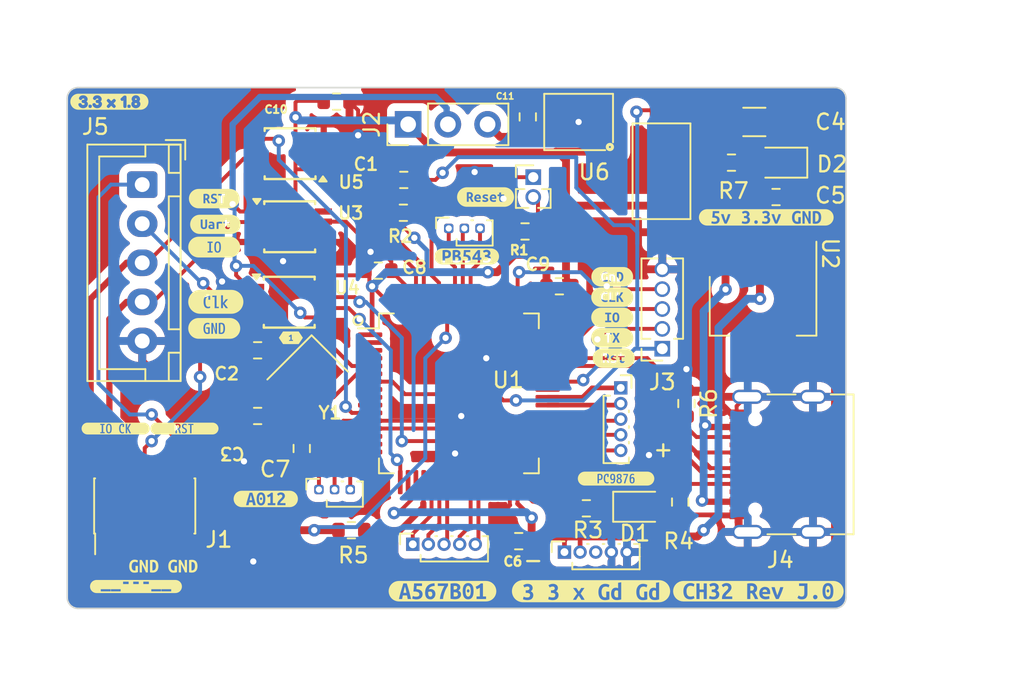
<source format=kicad_pcb>
(kicad_pcb (version 20240108) (generator "pcbnew") (generator_version "8.0")
  (layers (0 "F.Cu" signal) (31 "B.Cu" signal) (34 "B.Paste" user) (35 "F.Paste" user) (36 "B.SilkS" user "B.Silkscreen") (37 "F.SilkS" user "F.Silkscreen") (38 "B.Mask" user) (39 "F.Mask" user) (44 "Edge.Cuts" user))
  (net 0 "")
  (net 1 "+3.3V")
  (net 2 "SWIO_DIR_3V")
  (net 4 "Net-(U1-PF0)")
  (net 5 "Net-(U1-PF1)")
  (net 10 "GND")
  (net 11 "unconnected-(U1-PA0-Pad14)")
  (net 12 "unconnected-(U1-PA1-Pad15)")
  (net 13 "unconnected-(U1-PA2-Pad16)")
  (net 15 "unconnected-(U1-PA5-Pad21)")
  (net 16 "unconnected-(U1-PA6-Pad22)")
  (net 17 "unconnected-(U1-PA7-Pad23)")
  (net 20 "unconnected-(U1-PB0-Pad26)")
  (net 21 "unconnected-(U1-PB1-Pad27)")
  (net 23 "OUT_UART_TX")
  (net 24 "OUT_UART_RX")
  (net 26 "unconnected-(U1-PB15-Pad36)")
  (net 27 "unconnected-(U1-PC6-Pad37)")
  (net 28 "unconnected-(U1-PC7-Pad38)")
  (net 29 "unconnected-(U1-PC8-Pad39)")
  (net 30 "unconnected-(U1-PC9-Pad40)")
  (net 32 "UART_TX")
  (net 34 "D-")
  (net 35 "D+")
  (net 36 "SWDIO")
  (net 37 "SWDCLK")
  (net 43 "unconnected-(U1-PB3-Pad55)")
  (net 44 "unconnected-(U1-PB4-Pad56)")
  (net 45 "unconnected-(U1-PB5-Pad57)")
  (net 46 "INOUT_NRESET")
  (net 47 "OUT_SWDIO")
  (net 48 "OUT_SWDCLK")
  (net 49 "Net-(D1-K)")
  (net 50 "IN_FORCE_DFU")
  (net 52 "Net-(U2-VI)")
  (net 53 "Net-(J4-CC2)")
  (net 54 "Net-(J4-CC1)")
  (net 56 "NRESET")
  (net 62 "Net-(U1-PA4)")
  (net 63 "INOUT_SWO")
  (net 64 "Net-(D2-A)")
  (net 65 "Net-(J2_DFU1-Pin_2)")
  (net 66 "Net-(U1-PB13)")
  (net 68 "OUT_UART_RX_3V")
  (net 69 "INOUT_SWO_3v")
  (net 70 "VTREF")
  (net 71 "OUT_SWDIO_3V")
  (net 73 "OUT_SWDCLK_3V")
  (net 78 "V1.8")
  (footprint "kibuzzard-66C04372" (layer "F.Cu") (at 112.9 97.5)
    (property "Reference" "kibuzzard-66C04372" (hide yes))
    (property "Value" "G***" (hide yes))
  )
  (footprint "Resistor_SMD:R_0603_1608Metric" (layer "F.Cu") (at 134.955025 68.769975 90)
    (property "Reference" "C11")
    (property "Value" "100n")
  )
  (footprint "Connector_PinHeader_2.54mm:PinHeader_1x03_P2.54mm_Vertical" (layer "F.Cu") (at 127.305025 69.244975 90)
    (property "Reference" "J2")
    (property "Value" "Conn_01x03_Socket")
  )
  (footprint "kibuzzard-6731071F" (layer "F.Cu") (at 114.905025 82.294975)
    (property "Reference" "kibuzzard-6731071F" (hide yes))
    (property "Value" "G***" (hide yes))
  )
  (footprint "Connector_PinHeader_1.27mm:PinHeader_1x02_P1.27mm_Vertical" (layer "F.Cu") (at 135.305025 72.624975)
    (property "Reference" "J2_DFU1" (hide yes))
    (property "Value" "con2")
  )
  (footprint "kibuzzard-6713DC16" (layer "F.Cu") (at 113 88.7)
    (property "Reference" "kibuzzard-6713DC16" (hide yes))
    (property "Value" "G***" (hide yes))
  )
  (footprint "Resistor_SMD:R_0603_1608Metric" (layer "F.Cu") (at 138.7 93.8 180)
    (property "Reference" "R3")
    (property "Value" "330")
  )
  (footprint "Resistor_SMD:R_0603_1608Metric" (layer "F.Cu") (at 150.830025 73.894975)
    (property "Reference" "C5")
    (property "Value" "100n")
  )
  (footprint "Connector_PinSocket_1.00mm:PinSocket_1x05_P1.00mm_Vertical" (layer "F.Cu") (at 137.3 96.6 90)
    (property "Reference" "-")
    (property "Value" "PinSocket_1x05_P1.00mm_Vertical")
  )
  (footprint "kibuzzard-6731069B" (layer "F.Cu") (at 115.005025 80.594975)
    (property "Reference" "kibuzzard-6731069B" (hide yes))
    (property "Value" "G***" (hide yes))
  )
  (footprint "Resistor_SMD:R_0603_1608Metric" (layer "F.Cu") (at 134.375 95.9 180)
    (property "Reference" "C6")
    (property "Value" "100n")
  )
  (footprint "Resistor_SMD:R_0603_1608Metric" (layer "F.Cu") (at 134.780025 76.094975 180)
    (property "Reference" "R1")
    (property "Value" "1k")
  )
  (footprint "Button_Switch_SMD:SW_SPST_CK_RS282G05A3" (layer "F.Cu") (at 143.505025 72.244975 -90)
    (property "Reference" "RST1" (hide yes))
    (property "Value" "SW_DIP_x01")
  )
  (footprint "Resistor_SMD:R_0603_1608Metric" (layer "F.Cu") (at 120.5 89.975 90)
    (property "Reference" "C7")
    (property "Value" "100n")
  )
  (footprint "kibuzzard-67135D9A" (layer "F.Cu") (at 118.2 93.2)
    (property "Reference" "kibuzzard-67135D9A" (hide yes))
    (property "Value" "G***" (hide yes))
  )
  (footprint "kibuzzard-65C1C8EE" (layer "F.Cu") (at 140.355025 80.294975)
    (property "Reference" "kibuzzard-65C1C8EE" (hide yes))
    (property "Value" "G***" (hide yes))
  )
  (footprint "kibuzzard-68455F40" (layer "F.Cu") (at 149.7 99.1)
    (property "Reference" "kibuzzard-68455F40" (hide yes))
    (property "Value" "G***" (hide yes))
  )
  (footprint "Diode_SMD:D_0805_2012Metric" (layer "F.Cu") (at 151.142525 71.694975 180)
    (property "Reference" "D2")
    (property "Value" "LED")
  )
  (footprint "Package_TO_SOT_SMD:SOT-223" (layer "F.Cu") (at 150 80.85 -90)
    (property "Reference" "U2")
    (property "Value" "LM1117-3.3")
  )
  (footprint "Package_SO:TSSOP-8_3x3mm_P0.65mm" (layer "F.Cu") (at 119.755025 71.119975 180)
    (property "Reference" "U5")
    (property "Value" "VTREF<->3V")
  )
  (footprint "Resistor_SMD:R_0603_1608Metric" (layer "F.Cu") (at 147.980025 71.694975)
    (property "Reference" "R7")
    (property "Value" "330")
  )
  (footprint "kibuzzard-67ECD9AB" (layer "F.Cu") (at 131.055025 77.694975)
    (property "Reference" "kibuzzard-67ECD9AB" (hide yes))
    (property "Value" "G***" (hide yes))
  )
  (footprint "Resistor_SMD:R_0603_1608Metric" (layer "F.Cu") (at 145.1 87.1 -90)
    (property "Reference" "R6")
    (property "Value" "5.1k")
  )
  (footprint "Resistor_SMD:R_0603_1608Metric" (layer "F.Cu") (at 127.025 72.8 180)
    (property "Reference" "C1")
    (property "Value" "100n")
  )
  (footprint "kibuzzard-65C1C9D7" (layer "F.Cu") (at 132.255025 73.894975)
    (property "Reference" "kibuzzard-65C1C9D7" (hide yes))
    (property "Value" "G***" (hide yes))
  )
  (footprint "kibuzzard-6713DC2E" (layer "F.Cu") (at 108.6 88.7)
    (property "Reference" "kibuzzard-6713DC2E" (hide yes))
    (property "Value" "G***" (hide yes))
  )
  (footprint "Diode_SMD:D_0805_2012Metric" (layer "F.Cu") (at 142.1 93.7)
    (property "Reference" "D1")
    (property "Value" "LED")
  )
  (footprint "Connector_PinSocket_1.00mm:PinSocket_1x05_P1.00mm_Vertical" (layer "F.Cu") (at 127.6 96.1 90)
    (property "Reference" "PA4567" (hide yes))
    (property "Value" "PinSocket_1x05_P1.00mm_Vertical")
  )
  (footprint "Connector_PinSocket_1.00mm:PinSocket_1x05_P1.00mm_Vertical" (layer "F.Cu") (at 140.9 86.1)
    (property "Reference" "x2" (hide yes))
    (property "Value" "PinSocket_1x05_P1.00mm_Vertical")
  )
  (footprint "Capacitor_SMD:C_1206_3216Metric_Pad1.33x1.80mm_HandSolder" (layer "F.Cu") (at 149.442525 69.094975)
    (property "Reference" "C4")
    (property "Value" "100u")
  )
  (footprint "kibuzzard-671361D3" (layer "F.Cu") (at 119.805025 82.894975)
    (property "Reference" "kibuzzard-671361D3" (hide yes))
    (property "Value" "G***" (hide yes))
  )
  (footprint "Connector_PinSocket_1.00mm:PinSocket_1x03_P1.00mm_Vertical" (layer "F.Cu") (at 121.6 92.6 90)
    (property "Reference" "x" (hide yes))
    (property "Value" "PinSocket_1x03_P1.00mm_Vertical")
  )
  (footprint "Resistor_SMD:R_0603_1608Metric" (layer "F.Cu") (at 125.4 78.6)
    (property "Reference" "C8")
    (property "Value" "100n")
  )
  (footprint "kibuzzard-6714FD4B" (layer "F.Cu") (at 139 99.1)
    (property "Reference" "kibuzzard-6714FD4B" (hide yes))
    (property "Value" "G***" (hide yes))
  )
  (footprint "kibuzzard-65C1C972" (layer "F.Cu") (at 140.455025 84.194975)
    (property "Reference" "kibuzzard-65C1C972" (hide yes))
    (property "Value" "G***" (hide yes))
  )
  (footprint "Package_SO:TSSOP-8_3x3mm_P0.65mm" (layer "F.Cu") (at 119.7 80.619975)
    (property "Reference" "U4")
    (property "Value" "VTREF->3V")
  )
  (footprint "kibuzzard-67135DB6" (layer "F.Cu") (at 109.9 98.8)
    (property "Reference" "kibuzzard-67135DB6" (hide yes))
    (property "Value" "G***" (hide yes))
  )
  (footprint "kibuzzard-65C1C789" (layer "F.Cu") (at 140.355025 78.994975)
    (property "Reference" "kibuzzard-65C1C789" (hide yes))
    (property "Value" "G***" (hide yes))
  )
  (footprint "Resistor_SMD:R_0603_1608Metric" (layer "F.Cu") (at 144.7 93.4 90)
    (property "Reference" "R4")
    (property "Value" "5.1k")
  )
  (footprint "Resistor_SMD:R_0603_1608Metric" (layer "F.Cu") (at 127 74.9)
    (property "Reference" "R2")
    (property "Value" "10k")
  )
  (footprint "Resistor_SMD:R_0603_1608Metric" (layer "F.Cu") (at 117.680025 87.894975 180)
    (property "Reference" "C3")
    (property "Value" "22pf")
  )
  (footprint "kibuzzard-67135D50" (layer "F.Cu") (at 150.205025 75.194975)
    (property "Reference" "kibuzzard-67135D50" (hide yes))
    (property "Value" "G***" (hide yes))
  )
  (footprint "kibuzzard-65C1C918" (layer "F.Cu") (at 140.355025 81.594975)
    (property "Reference" "kibuzzard-65C1C918" (hide yes))
    (property "Value" "G***" (hide yes))
  )
  (footprint "footprints:Crystal_SMD_TXC_7M-4Pin_3.2x2.5mm_45deg" (layer "F.Cu") (at 120.881802 85.316117 180)
    (property "Reference" "Y1")
    (property "Value" "8Mhz")
  )
  (footprint "Connector_USB:USB_C_Receptacle_Palconn_UTC16-G" (layer "F.Cu") (at 150.95 90.99 90)
    (property "Reference" "J4")
    (property "Value" "USB")
  )
  (footprint "kibuzzard-66C0437E" (layer "F.Cu") (at 110.4 97.5)
    (property "Reference" "kibuzzard-66C0437E" (hide yes))
    (property "Value" "G***" (hide yes))
  )
  (footprint "kibuzzard-6714FD27" (layer "F.Cu") (at 129.5 99.1)
    (property "Reference" "kibuzzard-6714FD27" (hide yes))
    (property "Value" "G***" (hide yes))
  )
  (footprint "Resistor_SMD:R_0603_1608Metric" (layer "F.Cu") (at 136.975 79.6 180)
    (property "Reference" "C9")
    (property "Value" "100n")
  )
  (footprint "Connector_JST:JST_XH_B5B-XH-A_1x05_P2.50mm_Vertical" (layer "F.Cu") (at 110.3 73.1 -90)
    (property "Reference" "J5")
    (property "Value" "Debug port")
  )
  (footprint "PCM_Package_TO_SOT_SMD_AKL:TSOT-23-5" (layer "F.Cu") (at 138.205025 69.094975 180)
    (property "Reference" "U6")
    (property "Value" "RT9013-33GB" (hide yes))
  )
  (footprint "kibuzzard-67137B7B" (layer "F.Cu") (at 114.977111 75.640397)
    (property "Reference" "kibuzzard-67137B7B" (hide yes))
    (property "Value" "G***" (hide yes))
  )
  (footprint "kibuzzard-65C1C92F" (layer "F.Cu") (at 140.355025 82.894975)
    (property "Reference" "kibuzzard-65C1C92F" (hide yes))
    (property "Value" "G***" (hide yes))
  )
  (footprint "Resistor_SMD:R_0603_1608Metric" (layer "F.Cu") (at 117.680025 83.694975 180)
    (property "Reference" "C2")
    (property "Value" "22pf")
  )
  (footprint "Resistor_SMD:R_0603_1608Metric" (layer "F.Cu") (at 123.675 95.2)
    (property "Reference" "R5")
    (property "Value" "1k")
  )
  (footprint "Package_QFP:LQFP-64_10x10mm_P0.5mm" (layer "F.Cu") (at 130.55 86.45)
    (property "Reference" "U1")
    (property "Value" "CH32V303RCT6")
  )
  (footprint "kibuzzard-67137B47" (layer "F.Cu") (at 114.905025 73.994975)
    (property "Reference" "kibuzzard-67137B47" (hide yes))
    (property "Value" "G***" (hide yes))
  )
  (footprint "kibuzzard-6713D043" (layer "F.Cu") (at 140.6 91.9)
    (property "Reference" "kibuzzard-6713D043" (hide yes))
    (property "Value" "G***" (hide yes))
  )
  (footprint "Connector_PinHeader_1.27mm:PinHeader_2x05_P1.27mm_Vertical_SMD" (layer "F.Cu") (at 110.46 93.65 90)
    (property "Reference" "J1")
    (property "Value" "jtag")
  )
  (footprint "Resistor_SMD:R_0603_1608Metric" (layer "F.Cu") (at 122.730025 67.794975)
    (property "Reference" "C10")
    (property "Value" "100n")
  )
  (footprint "Connector_PinSocket_1.00mm:PinSocket_1x03_P1.00mm_Vertical" (layer "F.Cu") (at 129.9 75.9 90)
    (property "Reference" "PB567" (hide yes))
    (property "Value" "PIN1X3")
  )
  (footprint "Connector_PinSocket_1.27mm:PinSocket_1x05_P1.27mm_Vertical" (layer "F.Cu") (at 143.555025 83.594975 180)
    (property "Reference" "J3")
    (property "Value" "Dbg")
  )
  (footprint "kibuzzard-6714FCCA" (layer "F.Cu") (at 108.2 67.8)
    (property "Reference" "kibuzzard-6714FCCA" (hide yes))
    (property "Value" "G***" (hide yes))
  )
  (footprint "kibuzzard-67310708" (layer "F.Cu") (at 114.905025 77.094975)
    (property "Reference" "kibuzzard-67310708" (hide yes))
    (property "Value" "G***" (hide yes))
  )
  (footprint "Package_SO:TSSOP-8_3x3mm_P0.65mm" (layer "F.Cu") (at 119.730025 75.794975)
    (property "Reference" "U3")
    (property "Value" "3V->VTREF")
  )
  (gr_circle (center 124.1 81.8) (end 123.9 81.6) (stroke (width 0.15)) (fill none) (layer "F.SilkS"))
  (gr_line (start 106.205026 100.199999) (end 154.599999 100.199999) (stroke (width 0.1)) (layer "Edge.Cuts"))
  (gr_line (start 105.5 67.594975) (end 105.505026 99.499999) (stroke (width 0.1)) (layer "Edge.Cuts"))
  (gr_arc (start 154.605025 66.894975) (mid 155.1 67.1) (end 155.305025 67.594975) (stroke (width 0.1)) (layer "Edge.Cuts"))
  (gr_line (start 154.605025 66.894975) (end 106.2 66.894975) (stroke (width 0.1)) (layer "Edge.Cuts"))
  (gr_arc (start 106.205026 100.199999) (mid 105.710051 99.994974) (end 105.505026 99.499999) (stroke (width 0.1)) (layer "Edge.Cuts"))
  (gr_arc (start 155.299999 99.499999) (mid 155.094974 99.994974) (end 154.599999 100.199999) (stroke (width 0.1)) (layer "Edge.Cuts"))
  (gr_line (start 155.299999 99.499999) (end 155.305025 67.594975) (stroke (width 0.1)) (layer "Edge.Cuts"))
  (gr_arc (start 105.5 67.594975) (mid 105.705033 67.100008) (end 106.2 66.894975) (stroke (width 0.1)) (layer "Edge.Cuts"))
  (gr_text "+" (at 142.9 90.6 0) (layer "F.SilkS") (effects (font (size 1 1)) (justify left bottom)))
  (segment (start 134.3 93.5) (end 134.3 91.091312) (width 0.25) (layer "F.Cu") (net 1))
  (segment (start 121.655025 67.744975) (end 120.205025 67.744975) (width 0.25) (layer "F.Cu") (net 1))
  (segment (start 121.2 90.8) (end 120.7 90.8) (width 0.25) (layer "F.Cu") (net 1))
  (segment (start 120.755025 79.644975) (end 120.105025 78.994975) (width 0.25) (layer "F.Cu") (net 1))
  (segment (start 137.8 79.6) (end 137.4 79.2) (width 0.5) (layer "F.Cu") (net 1))
  (segment (start 137.4 71.53995) (end 136.905025 71.044975) (width 0.5) (layer "F.Cu") (net 1))
  (segment (start 137.8 79.6) (end 137.8 81.3) (width 0.25) (layer "F.Cu") (net 1))
  (segment (start 126.175 74.975) (end 127.7 76.5) (width 0.25) (layer "F.Cu") (net 1))
  (segment (start 134.105025 77.594975) (end 133 78.7) (width 0.5) (layer "F.Cu") (net 1))
  (segment (start 134 90.779312) (end 134 90.3) (width 0.25) (layer "F.Cu") (net 1))
  (segment (start 134.105025 77.594975) (end 137.305025 77.594975) (width 0.5) (layer "F.Cu") (net 1))
  (segment (start 133 78.7) (end 132.4 78.7) (width 0.5) (layer "F.Cu") (net 1))
  (segment (start 125 82.575) (end 124.875 82.7) (width 0.3) (layer "F.Cu") (net 1))
  (segment (start 145.8 95.6) (end 146.2 95.2) (width 0.5) (layer "F.Cu") (net 1))
  (segment (start 146.455025 69.194975) (end 147.480025 69.194975) (width 0.5) (layer "F.Cu") (net 1))
  (segment (start 126.667764 94.1) (end 126.4 94.1) (width 0.25) (layer "F.Cu") (net 1))
  (segment (start 135.5 95.6) (end 145.8 95.6) (width 0.5) (layer "F.Cu") (net 1))
  (segment (start 120.1 79) (end 120.2 78.9) (width 0.25) (layer "F.Cu") (net 1))
  (segment (start 136.705025 71.044975) (end 129.105025 71.044975) (width 0.5) (layer "F.Cu") (net 1))
  (segment (start 129.105025 71.044975) (end 127.305025 69.244975) (width 0.5) (layer "F.Cu") (net 1))
  (segment (start 137.8 81.3) (end 136.403 82.697) (width 0.25) (layer "F.Cu") (net 1))
  (segment (start 140.315025 68.144975) (end 139.515025 68.144975) (width 0.5) (layer "F.Cu") (net 1))
  (segment (start 126.175 80.775) (end 124.825 79.425) (width 0.25) (layer "F.Cu") (net 1))
  (segment (start 140.755025 68.584975) (end 140.315025 68.144975) (width 0.5) (layer "F.Cu") (net 1))
  (segment (start 149.6 75.96495) (end 148.492525 74.857475) (width 0.5) (layer "F.Cu") (net 1))
  (segment (start 146.405025 71.694975) (end 147.155025 71.694975) (width 0.5) (layer "F.Cu") (net 1))
  (segment (start 126.8 80.775) (end 126.175 80.775) (width 0.25) (layer "F.Cu") (net 1))
  (segment (start 136.755025 70.994975) (end 136.705025 71.044975) (width 0.5) (layer "F.Cu") (net 1))
  (segment (start 148.205025 74.569975) (end 148.880025 73.894975) (width 0.25) (layer "F.Cu") (net 1))
  (segment (start 120.253769 72.119975) (end 121.456281 72.119975) (width 0.25) (layer "F.Cu") (net 1))
  (segment (start 146.405025 71.694975) (end 146.405025 69.144975) (width 0.5) (layer "F.Cu") (net 1))
  (segment (start 135.2 95.9) (end 135.5 95.6) (width 0.5) (layer "F.Cu") (net 1))
  (segment (start 148.880025 73.894975) (end 150.005025 73.894975) (width 0.25) (layer "F.Cu") (net 1))
  (segment (start 134.306 91.085312) (end 134 90.779312) (width 0.25) (layer "F.Cu") (net 1))
  (segment (start 146.405025 71.669975) (end 146.405025 72.780025) (width 0.5) (layer "F.Cu") (net 1))
  (segment (start 139.515025 70.994975) (end 139.515025 70.044975) (width 0.5) (layer "F.Cu") (net 1))
  (segment (start 132.372 88.697) (end 124.881 88.697) (width 0.25) (layer "F.Cu") (net 1))
  (segment (start 125 79.6) (end 125 82.575) (width 0.3) (layer "F.Cu") (net 1))
  (segment (start 127.8 92.125) (end 127.8 92.967764) (width 0.25) (layer "F.Cu") (net 1))
  (segment (start 123.3 88.7) (end 121.2 90.8) (width 0.25) (layer "F.Cu") (net 1))
  (segment (start 149.6 75.975) (end 149.6 75.96495) (width 0.5) (layer "F.Cu") (net 1))
  (segment (start 149.8 80.4) (end 149.8 77.9) (width 0.5) (layer "F.Cu") (net 1))
  (segment (start 121.85 79.644975) (end 120.755025 79.644975) (width 0.25) (layer "F.Cu") (net 1))
  (segment (start 138.3 96.7) (end 138.3 95.902) (width 0.3) (layer "F.Cu") (net 1))
  (segment (start 127.8 92.967764) (end 126.667764 94.1) (width 0.25) (layer "F.Cu") (net 1))
  (segment (start 137.4 79.2) (end 137.4 71.53995) (width 0.5) (layer "F.Cu") (net 1))
  (segment (start 124.275 78.9) (end 124.575 78.6) (width 0.25) (layer "F.Cu") (net 1))
  (segment (start 120.1 67.85) (end 120.1 79) (width 0.25) (layer "F.Cu") (net 1))
  (segment (start 133.975 90.3) (end 132.372 88.697) (width 0.25) (layer "F.Cu") (net 1))
  (segment (start 137.455025 74.444975) (end 148.315013 74.444975) (width 0.5) (layer "F.Cu") (net 1))
  (segment (start 140.755025 70.994975) (end 140.755025 68.584975) (width 0.5) (layer "F.Cu") (net 1))
  (segment (start 136.905025 71.044975) (end 136.705025 71.044975) (width 0.5) (layer "F.Cu") (net 1))
  (segment (start 137.3 96.7) (end 137.3 95.8) (width 0.3) (layer "F.Cu") (net 1))
  (segment (start 143 95.802) (end 143 93.7375) (width 0.25) (layer "F.Cu") (net 1))
  (segment (start 146.405025 69.144975) (end 146.455025 69.194975) (width 0.5) (layer "F.Cu") (net 1))
  (segment (start 137.3 95.8) (end 137.1 95.6) (width 0.4) (layer "F.Cu") (net 1))
  (segment (start 146.405025 72.780025) (end 149.6 75.975) (width 0.5) (layer "F.Cu") (net 1))
  (segment (start 149.6 75.975) (end 149.6 76.9) (width 0.5) (layer "F.Cu") (net 1))
  (segment (start 134.306 93.506) (end 134.3 93.5) (width 0.3) (layer "F.Cu") (net 1))
  (segment (start 135.2 94.4) (end 134.306 93.506) (width 0.3) (layer "F.Cu") (net 1))
  (segment (start 135.2 94.4) (end 135.2 95.9) (width 0.5) (layer "F.Cu") (net 1))
  (segment (start 120.2 78.9) (end 124.275 78.9) (width 0.25) (layer "F.Cu") (net 1))
  (segment (start 139.515025 70.994975) (end 136.755025 70.994975) (width 0.5) (layer "F.Cu") (net 1))
  (segment (start 140.755025 70.994975) (end 139.515025 70.994975) (width 0.5) (layer "F.Cu") (net 1))
  (segment (start 124.825 79.425) (end 124.825 78.8) (width 0.25) (layer "F.Cu") (net 1))
  (segment (start 120.205025 67.744975) (end 120.1 67.85) (width 0.25) (layer "F.Cu") (net 1))
  (segment (start 121.827512 74.819975) (end 120.132537 74.819975) (width 0.25) (layer "F.Cu") (net 1))
  (segment (start 124.875 88.7) (end 123.3 88.7) (width 0.25) (layer "F.Cu") (net 1))
  (via (at 120.105025 68.794975) (size 0.8) (drill 0.4) (layers "F.Cu" "B.Cu") (net 1))
  (via (at 126.4 94.1) (size 0.8) (drill 0.4) (layers "F.Cu" "B.Cu") (net 1))
  (via (at 149.8 80.4) (size 0.8) (drill 0.4) (layers "F.Cu" "B.Cu") (net 1))
  (via (at 146.2 95.2) (size 0.8) (drill 0.4) (layers "F.Cu" "B.Cu") (net 1))
  (via (at 127.7 76.5) (size 0.8) (drill 0.4) (layers "F.Cu" "B.Cu") (net 1))
  (via (at 125 79.6) (size 0.8) (drill 0.4) (layers "F.Cu" "B.Cu") (net 1))
  (via (at 135.2 94.4) (size 0.8) (drill 0.4) (layers "F.Cu" "B.Cu") (net 1))
  (via (at 132.4 78.7) (size 0.8) (drill 0.4) (layers "F.Cu" "B.Cu") (net 1))
  (segment (start 128.5 77.3) (end 127.7 76.5) (width 0.3) (layer "B.Cu") (net 1))
  (segment (start 147.15 94.25) (end 147.15 82.25) (width 0.5) (layer "B.Cu") (net 1))
  (segment (start 149 80.4) (end 149.8 80.4) (width 0.5) (layer "B.Cu") (net 1))
  (segment (start 126.4 94.1) (end 126.45 94.05) (width 0.5) (layer "B.Cu") (net 1))
  (segment (start 128.5 78.7) (end 128.5 77.3) (width 0.3) (layer "B.Cu") (net 1))
  (segment (start 147.15 82.25) (end 149 80.4) (width 0.5) (layer "B.Cu") (net 1))
  (segment (start 120.305025 68.994975) (end 127.225025 68.994975) (width 0.5) (layer "B.Cu") (net 1))
  (segment (start 134.85 94.05) (end 135.2 94.4) (width 0.5) (layer "B.Cu") (net 1))
  (segment (start 126.45 94.05) (end 134.85 94.05) (width 0.5) (layer "B.Cu") (net 1))
  (segment (start 125 79.6) (end 125.9 78.7) (width 0.5) (layer "B.Cu") (net 1))
  (segment (start 146.2 95.2) (end 147.15 94.25) (width 0.5) (layer "B.Cu") (net 1))
  (segment (start 125.9 78.7) (end 132.4 78.7) (width 0.5) (layer "B.Cu") (net 1))
  (segment (start 120.105025 68.794975) (end 120.305025 68.994975) (width 0.5) (layer "B.Cu") (net 1))
  (segment (start 123.71005 87.7) (end 123.305025 87.294975) (width 0.25) (layer "F.Cu") (net 2))
  (segment (start 119.055025 70.169975) (end 117.6 70.169975) (width 0.25) (layer "F.Cu") (net 2))
  (segment (start 124.875 87.7) (end 123.71005 87.7) (width 0.25) (layer "F.Cu") (net 2))
  (via (at 123.305025 87.294975) (size 0.8) (drill 0.4) (layers "F.Cu" "B.Cu") (net 2))
  (via (at 119.030025 70.294975) (size 0.8) (drill 0.4) (layers "F.Cu" "B.Cu") (net 2))
  (segment (start 119.030025 71.519975) (end 119.030025 70.294975) (width 0.25) (layer "B.Cu") (net 2))
  (segment (start 123.325 75.81495) (end 119.030025 71.519975) (width 0.25) (layer "B.Cu") (net 2))
  (segment (start 123.325 87.275) (end 123.325 75.81495) (width 0.25) (layer "B.Cu") (net 2))
  (segment (start 118.505025 83.694975) (end 120.816295 83.694975) (width 0.25) (layer "F.Cu") (net 4))
  (segment (start 123.71005 84.7) (end 122.605025 83.594975) (width 0.25) (layer "F.Cu") (net 4))
  (segment (start 124.875 84.7) (end 123.71005 84.7) (width 0.25) (layer "F.Cu") (net 4))
  (segment (start 122.605025 83.594975) (end 121.400863 83.594975) (width 0.25) (layer "F.Cu") (net 4))
  (segment (start 122.537261 86.694975) (end 120.705025 86.694975) (width 0.25) (layer "F.Cu") (net 5))
  (segment (start 119.505025 87.894975) (end 120.705025 86.694975) (width 0.25) (layer "F.Cu") (net 5))
  (segment (start 124.875 85.2) (end 124.032236 85.2) (width 0.25) (layer "F.Cu") (net 5))
  (segment (start 124.032236 85.2) (end 122.537261 86.694975) (width 0.25) (layer "F.Cu") (net 5))
  (segment (start 118.505025 87.894975) (end 119.505025 87.894975) (width 0.25) (layer "F.Cu") (net 5))
  (segment (start 133.955025 76.094975) (end 133.955025 74.555025) (width 0.25) (layer "F.Cu") (net 10))
  (segment (start 123.905025 70.144975) (end 124.105025 69.944975) (width 0.25) (layer "F.Cu") (net 10))
  (segment (start 124.105025 69.944975) (end 126.2 72.03995) (width 0.25) (layer "F.Cu") (net 10))
  (segment (start 136.15 79.6) (end 135.3 80.45) (width 0.25) (layer "F.Cu") (net 10))
  (segment (start 115.4 98) (end 111.16 98) (width 0.5) (layer "F.Cu") (net 10))
  (segment (start 119.105025 77.794975) (end 119.305025 77.994975) (width 0.25) (layer "F.Cu") (net 10))
  (segment (start 133.9 82.6) (end 132.3 84.2) (width 0.5) (layer "F.Cu") (net 10))
  (segment (start 121.905025 70.144975) (end 123.905025 70.144975) (width 0.25) (layer "F.Cu") (net 10))
  (segment (start 127.3 79.7) (end 126.4 78.8) (width 0.25) (layer "F.Cu") (net 10))
  (segment (start 133.806 92.122) (end 133.806 93.594) (width 0.25) (layer "F.Cu") (net 10))
  (segment (start 151.455025 69.194975) (end 152.405025 69.194975) (width 0.5) (layer "F.Cu") (net 10))
  (segment (start 143.555025 78.514975) (end 145.268 78.514975) (width 0.5) (layer "F.Cu") (net 10))
  (segment (start 117.4 97.2) (end 117.4 97.8) (width 0.5) (layer "F.Cu") (net 10))
  (segment (start 153.11 86.66) (end 154.56 86.66) (width 0.25) (layer "F.Cu") (net 10))
  (segment (start 141.3 97.956) (end 141.344 98) (width 0.5) (layer "F.Cu") (net 10))
  (segment (start 138.205025 69.094975) (end 139.515025 69.094975) (width 0.25) (layer "F.Cu") (net 10))
  (segment (start 117.930025 77.794975) (end 117.580025 77.444975) (width 0.25) (layer "F.Cu") (net 10))
  (segment (start 115.605025 89.694975) (end 116.705025 90.794975) (width 0.5) (layer "F.Cu") (net 10))
  (segment (start 116.855025 87.894975) (end 116.855025 90.844975) (width 0.5) (layer "F.Cu") (net 10))
  (segment (start 141.3 96.6) (end 141.3 97.956) (width 0.5) (layer "F.Cu") (net 10))
  (segment (start 110.3 83.54978) (end 110.3 84.4) (width 0.5) (layer "F.Cu") (net 10))
  (segment (start 119.670102 85.325736) (end 122.074264 85.325736) (width 0.25) (layer "F.Cu") (net 10))
  (segment (start 125.605025 77.394975) (end 126.225 78.01495) (width 0.25) (layer "F.Cu") (net 10))
  (segment (start 116.855025 85.594975) (end 116.957106 85.492894) (width 0.5) (layer "F.Cu") (net 10))
  (segment (start 148.31 94.18) (end 148.31 94.7) (width 0.25) (layer "F.Cu") (net 10))
  (segment (start 117.930025 77.794975) (end 119.105025 77.794975) (width 0.25) (layer "F.Cu") (net 10))
  (segment (start 119.5 78.18995) (end 119.5 82.3) (width 0.25) (layer "F.Cu") (net 10))
  (segment (start 148.31 87.78) (end 148.31 87.26) (width 0.25) (layer "F.Cu") (net 10))
  (segment (start 133.1 94.3) (end 133.1 98) (width 0.3) (layer "F.Cu") (net 10))
  (segment (start 145.288 78.494975) (end 145.288 84.712) (width 0.5) (layer "F.Cu") (net 10))
  (segment (start 145.225 85.025) (end 145.1 84.9) (width 0.25) (layer "F.Cu") (net 10))
  (segment (start 124.105025 69.944975) (end 124.105025 68.344975) (width 0.25) (layer "F.Cu") (net 10))
  (segment (start 154.6 96.9) (end 154.6 95.3) (width 0.5) (layer "F.Cu") (net 10))
  (segment (start 123.330025 77.394975) (end 124.894975 77.394975) (width 0.25) (layer "F.Cu") (net 10))
  (segment (start 145.268 78.514975) (end 145.288 78.494975) (width 0.25) (layer "F.Cu") (net 10))
  (segment (start 119.305025 77.994975) (end 119.5 78.18995) (width 0.25) (layer "F.Cu") (net 10))
  (segment (start 130.7 87.9) (end 130.4 88.2) (width 0.25) (layer "F.Cu") (net 10))
  (segment (start 124.894975 77.394975) (end 124.9 77.4) (width 0.25) (layer "F.Cu") (net 10))
  (segment (start 136.105025 69.094975) (end 134.955025 67.944975) (width 0.25) (layer "F.Cu") (net 10))
  (segment (start 141.344 98) (end 153.5 98) (width 0.5) (layer "F.Cu") (net 10))
  (segment (start 119.305025 77.994975) (end 119.5 77.8) (width 0.25) (layer "F.Cu") (net 10))
  (segment (start 134.2 82.3) (end 134.6 82.3) (width 0.5) (layer "F.Cu") (net 10))
  (segment (start 154.6 95.3) (end 153.11 95.3) (width 0.5) (layer "F.Cu") (net 10))
  (segment (start 133.955025 74.555025) (end 133.4 74) (width 0.25) (layer "F.Cu") (net 10))
  (segment (start 122.168629 89.194975) (end 123.163604 88.2) (width 0.25) (layer "F.Cu") (net 10))
  (segment (start 154.6 84.2) (end 154.6 86.7) (width 0.5) (layer "F.Cu") (net 10))
  (segment (start 134.5 83.2) (end 136.225 83.2) (width 0.25) (layer "F.Cu") (net 10))
  (segment (start 113.5 98) (end 141.256 98) (width 0.5) (layer "F.Cu") (net 10))
  (segment (start 119.105025 82.694975) (end 117.105025 82.694975) (width 0.5) (layer "F.Cu") (net 10))
  (segment (start 152.505025 71.694975) (end 153.305025 71.694975) (width 0.4) (layer "F.Cu") (net 10))
  (segment (start 154.56 86.66) (end 154.6 86.7) (width 0.25) (layer "F.Cu") (net 10))
  (segment (start 116.855025 85.594975) (end 116.855025 87.894975) (width 0.5) (layer "F.Cu") (net 10))
  (segment (start 126.225 78.01495) (end 126.225 78.6) (width 0.25) (layer "F.Cu") (net 10))
  (segment (start 145.1 86.15) (end 145.1 85.15) (width 0.5) (layer "F.Cu") (net 10))
  (segment (start 127.3 80.775) (end 127.3 82.225) (width 0.25) (layer "F.Cu") (net 10))
  (segment (start 130.4 88.2) (end 124.875 88.2) (width 0.25) (layer "F.Cu") (net 10))
  (segment (start 152.405025 69.194975) (end 153.305025 70.094975) (width 0.5) (layer "F.Cu") (net 10))
  (segment (start 116.705025 90.794975) (end 116.805025 90.794975) (width 0.5) (layer "F.Cu") (net 10))
  (segment (start 132.2 84.1) (end 132.3 84.2) (width 0.5) (layer "F.Cu") (net 10))
  (segment (start 110.3 84.4) (end 115.55 89.65) (width 0.5) (layer "F.Cu") (net 10))
  (segment (start 151.905025 73.894975) (end 153.305025 73.894975) (width 0.25) (layer "F.Cu") (net 10))
  (segment (start 140.3 97.944) (end 140.3 96.9) (width 0.4) (layer "F.Cu") (net 10))
  (segment (start 154.05 83.65) (end 154.6 84.2) (width 0.5) (layer "F.Cu") (net 10))
  (segment (start 124.105025 68.344975) (end 123.555025 67.794975) (width 0.25) (layer "F.Cu") (net 10))
  (segment (start 117.55 81.594975) (end 119.45 81.594975) (width 0.25) (layer "F.Cu") (net 10))
  (segment (start 154.6 86.7) (end 154.6 95.3) (width 0.5) (layer "F.Cu") (net 10))
  (segment (start 127.375 82.375) (end 129.1 84.1) (width 0.5) (layer "F.Cu") (net 10))
  (segment (start 154.05 79.45) (end 154.05 83.65) (width 0.5) (layer "F.Cu") (net 10))
  (segment (start 116.957106 85.492894) (end 119.502944 85.492894) (width 0.5) (layer "F.Cu") (net 10))
  (segment (start 135.3 81.6) (end 134.6 82.3) (width 0.25) (layer "F.Cu") (net 10))
  (segment (start 133.9 82.6) (end 134.5 83.2) (width 0.25) (layer "F.Cu") (net 10))
  (segment (start 148.31 87.26) (end 148.91 86.66) (width 0.25) (layer "F.Cu") (net 10))
  (segment (start 145.17 94.22) (end 145.075 94.125) (width 0.25) (layer "F.Cu") (net 10))
  (segment (start 133.806 93.594) (end 133.1 94.3) (width 0.3) (layer "F.Cu") (net 10))
  (segment (start 125.005025 77.394975) (end 125.605025 77.394975) (width 0.25) (layer "F.Cu") (net 10))
  (segment (start 148.91 86.66) (end 153.11 86.66) (width 0.25) (layer "F.Cu") (net 10))
  (segment (start 116.855025 82.944975) (end 116.855025 83.694975) (width 0.5) (layer "F.Cu") (net 10))
  (segment (start 115.4 97.2) (end 113.8 95.6) (width 0.5) (layer "F.Cu") (net 10))
  (segment (start 111.16 98) (end 110.46 97.3) (width 0.5) (layer "F.Cu") (net 10))
  (segment (start 133.9 82.6) (end 134.2 82.3) (width 0.5) (layer "F.Cu") (net 10))
  (segment (start 135.3 80.45) (end 135.3 81.6) (width 0.25) (layer "F.Cu") (net 10))
  (segment (start 127.3 80.775) (end 127.3 79.7) (width 0.25) (layer "F.Cu") (net 10))
  (segment (start 138.205025 69.094975) (end 136.105025 69.094975) (width 0.25) (layer "F.Cu") (net 10))
  (segment (start 145.288 84.712) (end 145.1 84.9) (width 0.5) (layer "F.Cu") (net 10))
  (segment (start 153.305025 70.069975) (end 153.305025 76.169975) (width 0.5) (layer "F.Cu") (net 10))
  (segment (start 122.705025 76.769975) (end 121.880025 76.769975) (width 0.25) (layer "F.Cu") (net 10))
  (segment (start 153.3 76.175) (end 152.3 77.175) (width 0.5) (layer "F.Cu") (net 10))
  (segment (start 120.544975 89.194975) (end 122.168629 89.194975) (width 0.25) (layer "F.Cu") (net 10))
  (segment (start 148.31 94.7) (end 148.91 95.3) (width 0.25) (layer "F.Cu") (net 10))
  (segment (start 117.105025 82.694975) (end 116.855025 82.944975) (width 0.5) (layer "F.Cu") (net 10))
  (segment (start 153.5 98) (end 154.6 96.9) (width 0.5) (layer "F.Cu") (net 10))
  (segment (start 109.19 95.6) (end 110.46 95.6) (width 0.5) (layer "F.Cu") (net 10))
  (segment (start 129.1 84.1) (end 132.2 84.1) (width 0.5) (layer "F.Cu") (net 10))
  (segment (start 113.8 95.6) (end 113 95.6) (width 0.5) (layer "F.Cu") (net 10))
  (segment (start 148.91 95.3) (end 153.11 95.3) (width 0.25) (layer "F.Cu") (net 10))
  (segment (start 143.555025 78.514975) (end 143.555025 76.344975) (width 0.5) (layer "F.Cu") (net 10))
  (segment (start 119.5 82.3) (end 119.105025 82.694975) (width 0.25) (layer "F.Cu") (net 10))
  (segment (start 117.580025 77.444975) (end 117.580025 76.769975) (width 0.25) (layer "F.Cu") (net 10))
  (segment (start 152.3 77.7) (end 154.05 79.45) (width 0.5) (layer "F.Cu") (net 10))
  (segment (start 147.99 87.79) (end 146.6 86.4) (width 0.4) (layer "F.Cu") (net 10))
  (segment (start 123.330025 77.394975) (end 122.705025 76.769975) (width 0.25) (layer "F.Cu") (net 10))
  (segment (start 148.3 94.22) (end 145.17 94.22) (width 0.3) (layer "F.Cu") (net 10))
  (segment (start 116.855025 83.694975) (end 116.855025 85.594975) (width 0.5) (layer "F.Cu") (net 10))
  (segment (start 115.4 98) (end 115.4 97.2) (width 0.5) (layer "F.Cu") (net 10))
  (segment (start 110.46 97.3) (end 110.46 95.6) (width 0.5) (layer "F.Cu") (net 10))
  (segment (start 127.375 82.3) (end 127.375 82.375) (width 0.5) (layer "F.Cu") (net 10))
  (segment (start 126.2 72.03995) (end 126.2 72.8) (width 0.25) (layer "F.Cu") (net 10))
  (segment (start 123.163604 88.2) (end 124.875 88.2) (width 0.25) (layer "F.Cu") (net 10))
  (segment (start 146.6 86.4) (end 145.35 86.4) (width 0.4) (layer "F.Cu") (net 10))
  (via (at 145.1 84.9) (size 0.8) (drill 0.4) (layers "F.Cu" "B.Cu") (net 10))
  (via (at 133.4 74) (size 0.8) (drill 0.4) (layers "F.Cu" "B.Cu") (net 10))
  (via (at 132.3 84.2) (size 0.8) (drill 0.4) (layers "F.Cu" "B.Cu") (net 10))
  (via (at 115.405025 79.294975) (size 0.8) (drill 0.4) (layers "F.Cu" "B.Cu") (net 10))
  (via (at 130.7 87.9) (size 0.8) (drill 0.4) (layers "F.Cu" "B.Cu") (net 10))
  (via (at 117.4 97.2) (size 0.8) (drill 0.4) (layers "F.Cu" "B.Cu") (net 10))
  (via (at 130.305025 90.294975) (size 0.8) (drill 0.4) (layers "F.Cu" "B.Cu") (net 10))
  (via (at 124.9 77.4) (size 0.8) (drill 0.4) (layers "F.Cu" "B.Cu") (net 10))
  (via (at 142.705025 90.394975) (size 0.8) (drill 0.4) (layers "F.Cu" "B.Cu") (net 10))
  (via (at 124.105025 69.944975) (size 0.8) (drill 0.4) (layers "F.Cu" "B.Cu") (net 10))
  (via (at 138.205025 69.094975) (size 0.8) (drill 0.4) (layers "F.Cu" "B.Cu") (net 10))
  (via (at 131.555025 72.294975) (size 0.8) (drill 0.4) (layers "F.Cu" "B.Cu") (net 10))
  (via (at 119.305025 77.994975) (size 0.8) (drill 0.4) (layers "F.Cu" "B.Cu") (net 10))
  (via (at 116.805025 90.794975) (size 0.8) (drill 0.4) (layers "F.Cu" "B.Cu") (net 10))
  (segment (start 132.3 84.2) (end 132.3 84.15) (width 0.25) (layer "B.Cu") (net 10))
  (segment (start 132.35 84.2) (end 132.3 84.2) (width 0.25) (layer "B.Cu") (net 10))
  (segment (start 132.3 84.2) (end 132.3 87.8) (width 0.5) (layer "B.Cu") (net 10))
  (segment (start 117.4 91.38995) (end 117.4 97.2) (width 0.5) (layer "B.Cu") (net 10))
  (segment (start 132.3 84.2) (end 132.3 86.3) (width 0.25) (layer "B.Cu") (net 10))
  (segment (start 145.1 90.1) (end 145.1 84.9) (width 0.5) (layer "B.Cu") (net 10))
  (segment (start 132.3 84.2) (end 133.5 83) (width 0.5) (layer "B.Cu") (net 10))
  (segment (start 116.805025 90.794975) (end 117.4 91.38995) (width 0.5) (layer "B.Cu") (net 10))
  (segment (start 132.3 86.3) (end 130.8 87.8) (width 0.25) (layer "B.Cu") (net 10))
  (segment (start 132.3 87.8) (end 136.6 92.1) (width 0.5) (layer "B.Cu") (net 10))
  (segment (start 124.105025 69.944975) (end 125 70.83995) (width 0.25) (layer "B.Cu") (net 10))
  (segment (start 143.505025 73.294975) (end 143.455025 73.244975) (width 0.4) (layer "B.Cu") (net 10))
  (segment (start 133.5 83) (end 133.5 74.1) (width 0.5) (layer "B.Cu") (net 10))
  (segment (start 143.1 92.1) (end 145.1 90.1) (width 0.5) (layer "B.Cu") (net 10))
  (segment (start 133.5 74.1) (end 133.4 74) (width 0.5) (layer "B.Cu") (net 10))
  (segment (start 132.3 84.15) (end 132.375 84.225) (width 0.25) (layer "B.Cu") (net 10))
  (segment (start 136.6 92.1) (end 143.1 92.1) (width 0.5) (layer "B.Cu") (net 10))
  (segment (start 125 70.83995) (end 125 77.3) (width 0.25) (layer "B.Cu") (net 10))
  (segment (start 124.875 89.2) (end 123.6 89.2) (width 0.25) (layer "F.Cu") (net 11))
  (segment (start 121.6 91.2) (end 121.6 92.6) (width 0.25) (layer "F.Cu") (net 11))
  (segment (start 123.6 89.2) (end 121.6 91.2) (width 0.25) (layer "F.Cu") (net 11))
  (segment (start 122.6 91.1) (end 122.6 92.6) (width 0.25) (layer "F.Cu") (net 12))
  (segment (start 124 89.7) (end 122.6 91.1) (width 0.25) (layer "F.Cu") (net 12))
  (segment (start 124.875 89.7) (end 124 89.7) (width 0.25) (layer "F.Cu") (net 12))
  (segment (start 123.6 91.4) (end 123.6 92.6) (width 0.25) (layer "F.Cu") (net 13))
  (segment (start 124.8 90.2) (end 123.6 91.4) (width 0.25) (layer "F.Cu") (net 13))
  (segment (start 127.6 95.425) (end 128.8 94.225) (width 0.25) (layer "F.Cu") (net 15))
  (segment (start 127.6 96.1) (end 127.6 95.425) (width 0.25) (layer "F.Cu") (net 15))
  (segment (start 128.8 94.225) (end 128.8 92.125) (width 0.25) (layer "F.Cu") (net 15))
  (segment (start 129.3 94.79896) (end 129.3 92.125) (width 0.25) (layer "F.Cu") (net 16))
  (segment (start 128.6 95.49896) (end 129.3 94.79896) (width 0.25) (layer "F.Cu") (net 16))
  (segment (start 128.6 96.1) (end 128.6 95.49896) (width 0.25) (layer "F.Cu") (net 16))
  (segment (start 129.8 95.9) (end 129.8 92.125) (width 0.25) (layer "F.Cu") (net 17))
  (segment (start 130.6 96.1) (end 130.6 95.6) (width 0.25) (layer "F.Cu") (net 20))
  (segment (start 131.3 94.9) (end 131.3 92.125) (width 0.25) (layer "F.Cu") (net 20))
  (segment (start 130.6 95.6) (end 131.3 94.9) (width 0.25) (layer "F.Cu") (net 20))
  (segment (start 131.8 95.9) (end 131.8 92.125) (width 0.25) (layer "F.Cu") (net 21))
  (segment (start 114.2 79.4) (end 115.094975 80.294975) (width 0.25) (layer "F.Cu") (net 24))
  (segment (start 117.805025 80.294975) (end 115.094975 80.294975) (width 0.25) (layer "F.Cu") (net 24))
  (via (at 114.2 79.4) (size 0.8) (drill 0.4) (layers "F.Cu" "B.Cu") (net 24))
  (segment (start 114.3 79.6) (end 110.3 75.6) (width 0.25) (layer "B.Cu") (net 24))
  (segment (start 136.225 88.7) (end 137.5 88.7) (width 0.25) (layer "F.Cu") (net 26))
  (segment (start 138.9 90.1) (end 140.9 90.1) (width 0.25) (layer "F.Cu") (net 26))
  (segment (start 137.5 88.7) (end 138.9 90.1) (width 0.25) (layer "F.Cu") (net 26))
  (segment (start 136.225 88.2) (end 138.3 88.2) (width 0.25) (layer "F.Cu") (net 27))
  (segment (start 139.2 89.1) (end 140.9 89.1) (width 0.25) (layer "F.Cu") (net 27))
  (segment (start 138.3 88.2) (end 139.2 89.1) (width 0.25) (layer "F.Cu") (net 27))
  (segment (start 136.225 87.7) (end 138.9 87.7) (width 0.25) (layer "F.Cu") (net 28))
  (segment (start 139.4 88.2) (end 140.8 88.2) (width 0.25) (layer "F.Cu") (net 28))
  (segment (start 138.9 87.7) (end 139.4 88.2) (width 0.25) (layer "F.Cu") (net 28))
  (segment (start 136.225 87.2) (end 140.8 87.2) (width 0.3) (layer "F.Cu") (net 29))
  (segment (start 136.225 86.7) (end 138.460661 86.7) (width 0.3) (layer "F.Cu") (net 30))
  (segment (start 139.060661 86.1) (end 140.9 86.1) (width 0.3) (layer "F.Cu") (net 30))
  (segment (start 138.460661 86.7) (end 139.060661 86.1) (width 0.3) (layer "F.Cu") (net 30))
  (segment (start 138.5 85.6) (end 138.4 85.7) (width 0.25) (layer "F.Cu") (net 32))
  (segment (start 138.4 85.7) (end 136.225 85.7) (width 0.25) (layer "F.Cu") (net 32))
  (segment (start 140.075025 82.324975) (end 143.555025 82.324975) (width 0.25) (layer "F.Cu") (net 32))
  (segment (start 139.405025 82.994975) (end 140.075025 82.324975) (width 0.25) (layer "F.Cu") (net 32))
  (via (at 139.405025 82.994975) (size 0.8) (drill 0.4) (layers "F.Cu" "B.Cu") (net 32))
  (via (at 138.5 85.6) (size 0.8) (drill 0.4) (layers "F.Cu" "B.Cu") (net 32))
  (segment (start 139.405025 82.994975) (end 139.405025 84.694975) (width 0.25) (layer "B.Cu") (net 32))
  (segment (start 139.405025 84.694975) (end 138.5 85.6) (width 0.25) (layer "B.Cu") (net 32))
  (segment (start 142.097 84.697) (end 136.231 84.697) (width 0.25) (layer "F.Cu") (net 34))
  (segment (start 143.55 86.15) (end 142.097 84.697) (width 0.25) (layer "F.Cu") (net 34))
  (segment (start 143.6 89) (end 146.33 91.73) (width 0.3) (layer "F.Cu") (net 34))
  (segment (start 143.6 86.2) (end 143.6 89) (width 0.3) (layer "F.Cu") (net 34))
  (segment (start 148.31 90.73) (end 149.83 90.73) (width 0.25) (layer "F.Cu") (net 34))
  (segment (start 150.2 91.5) (end 149.97 91.73) (width 0.3) (layer "F.Cu") (net 34))
  (segment (start 149.97 91.73) (end 146.33 91.73) (width 0.25) (layer "F.Cu") (net 34))
  (segment (start 150.2 91.1) (end 150.2 91.5) (width 0.3) (layer "F.Cu") (net 34))
  (segment (start 143.55 86.15) (end 143.6 86.2) (width 0.3) (layer "F.Cu") (net 34))
  (segment (start 149.83 90.73) (end 150.2 91.1) (width 0.3) (layer "F.Cu") (net 34))
  (segment (start 142.6 84.2) (end 142.6 84.197) (width 0.25) (layer "F.Cu") (net 35))
  (segment (start 144.2 85.8) (end 144.2 88.7) (width 0.3) (layer "F.Cu") (net 35))
  (segment (start 148.31 90.23) (end 145.73 90.23) (width 0.25) (layer "F.Cu") (net 35))
  (segment (start 145.73 90.33) (end 146.03 90.63) (width 0.3) (layer "F.Cu") (net 35))
  (segment (start 148.31 91.23) (end 146.63 91.23) (width 0.25) (layer "F.Cu") (net 35))
  (segment (start 146.63 91.23) (end 146.03 90.63) (width 0.3) (layer "F.Cu") (net 35))
  (segment (start 144.2 88.7) (end 145.73 90.23) (width 0.3) (layer "F.Cu") (net 35))
  (segment (start 142.6 84.197) (end 136.231 84.197) (width 0.25) (layer "F.Cu") (net 35))
  (segment (start 144.2 85.8) (end 142.6 84.2) (width 0.25) (layer "F.Cu") (net 35))
  (segment (start 145.73 90.23) (end 145.73 90.33) (width 0.2) (layer "F.Cu") (net 35))
  (segment (start 136.231 83.697) (end 137.453 83.697) (width 0.25) (layer "F.Cu") (net 36))
  (segment (start 137.453 83.697) (end 140.095025 81.054975) (width 0.25) (layer "F.Cu") (net 36))
  (segment (start 140.095025 81.054975) (end 143.555025 81.054975) (width 0.25) (layer "F.Cu") (net 36))
  (segment (start 134.306 80.772) (end 134.306 78.794) (width 0.25) (layer "F.Cu") (net 37))
  (segment (start 140.005025 79.594975) (end 140.195025 79.784975) (width 0.25) (layer "F.Cu") (net 37))
  (segment (start 140.195025 79.784975) (end 143.555025 79.784975) (width 0.25) (layer "F.Cu") (net 37))
  (segment (start 134.306 78.794) (end 134.4 78.7) (width 0.25) (layer "F.Cu") (net 37))
  (via (at 140.005025 79.594975) (size 0.8) (drill 0.4) (layers "F.Cu" "B.Cu") (net 37))
  (via (at 134.4 78.7) (size 0.8) (drill 0.4) (layers "F.Cu" "B.Cu") (net 37))
  (segment (start 138.36005 78.7) (end 134.4 78.7) (width 0.25) (layer "B.Cu") (net 37))
  (segment (start 140.005025 79.594975) (end 139.255025 79.594975) (width 0.25) (layer "B.Cu") (net 37))
  (segment (start 139.255025 79.594975) (end 138.36005 78.7) (width 0.25) (layer "B.Cu") (net 37))
  (segment (start 131.3 78.648097) (end 131.9 78.048097) (width 0.25) (layer "F.Cu") (net 43))
  (segment (start 131.3 80.775) (end 131.3 78.648097) (width 0.25) (layer "F.Cu") (net 43))
  (segment (start 131.9 78.048097) (end 131.9 75.9) (width 0.25) (layer "F.Cu") (net 43))
  (segment (start 130.8 80.775) (end 130.8 76) (width 0.25) (layer "F.Cu") (net 44))
  (segment (start 130.3 78.375305) (end 129.9 77.975305) (width 0.25) (layer "F.Cu") (net 45))
  (segment (start 129.9 77.975305) (end 129.9 75.9) (width 0.25) (layer "F.Cu") (net 45))
  (segment (start 130.3 80.775) (end 130.3 78.375305) (width 0.25) (layer "F.Cu") (net 45))
  (segment (start 113 91.7) (end 113 89.9) (width 0.25) (layer "F.Cu") (net 46))
  (segment (start 121.3 95) (end 121.1 95.2) (width 0.4) (layer "F.Cu") (net 46))
  (segment (start 129.8 82.8) (end 129.7 82.9) (width 0.25) (layer "F.Cu") (net 46))
  (segment (start 113.62 91.7) (end 113 91.7) (width 0.5) (layer "F.Cu") (net 46))
  (segment (start 113 89.9) (end 110.9 87.8) (width 0.25) (layer "F.Cu") (net 46))
  (segment (start 122.85 95.2) (end 121.5 95.2) (width 0.5) (layer "F.Cu") (net 46))
  (segment (start 117.12 95.2) (end 113.62 91.7) (width 0.5) (layer "F.Cu") (net 46))
  (segment (start 121.3 95.2) (end 117.12 95.2) (width 0.5) (layer "F.Cu") (net 46))
  (segment (start 121.5 95.2) (end 121.3 95) (width 0.25) (layer "F.Cu") (net 46))
  (segment (start 129.8 80.775) (end 129.8 82.8) (width 0.25) (layer "F.Cu") (net 46))
  (via (at 110.9 87.8) (size 0.8) (drill 0.4) (layers "F.Cu" "B.Cu") (net 46))
  (via (at 129.7 82.9) (size 0.8) (drill 0.4) (layers "F.Cu" "B.Cu") (net 46))
  (via (at 121.3 95.2) (size 0.8) (drill 0.4) (layers "F.Cu" "B.Cu") (net 46))
  (segment (start 107.5 73.9) (end 108.3 73.1) (width 0.25) (layer "B.Cu") (net 46))
  (segment (start 109.5 87.8) (end 107.5 85.8) (width 0.25) (layer "B.Cu") (net 46))
  (segment (start 128.4 90.6) (end 128.4 84.2) (width 0.25) (layer "B.Cu") (net 46))
  (segment (start 124 95) (end 128.4 90.6) (width 0.25) (layer "B.Cu") (net 46))
  (segment (start 107.5 85.8) (end 107.5 73.9) (width 0.25) (layer "B.Cu") (net 46))
  (segment (start 110.9 87.8) (end 109.5 87.8) (width 0.25) (layer "B.Cu") (net 46))
  (segment (start 121.3 95) (end 124 95) (width 0.25) (layer "B.Cu") (net 46))
  (segment (start 108.3 73.1) (end 110.3 73.1) (width 0.25) (layer "B.Cu") (net 46))
  (segment (start 128.4 84.2) (end 129.7 82.9) (width 0.25) (layer "B.Cu") (net 46))
  (segment (start 109.3 78.1) (end 107 80.4) (width 0.4) (layer "F.Cu") (net 47))
  (segment (start 110.6 78.1) (end 114.405025 74.294975) (width 0.25) (layer "F.Cu") (net 47))
  (segment (start 114.405025 74.294975) (end 114.405025 73.819975) (width 0.25) (layer "F.Cu") (net 47))
  (segment (start 107 80.4) (end 107 90.78) (width 0.4) (layer "F.Cu") (net 47))
  (segment (start 110.3 78.1) (end 109.3 78.1) (width 0.4) (layer "F.Cu") (net 47))
  (segment (start 114.405025 73.819975) (end 116.780025 71.444975) (width 0.25) (layer "F.Cu") (net 47))
  (segment (start 116.780025 71.444975) (end 117.605025 71.444975) (width 0.25) (layer "F.Cu") (net 47))
  (segment (start 107 90.78) (end 107.92 91.7) (width 0.4) (layer "F.Cu") (net 47))
  (segment (start 108.2 81.7) (end 108.2 88.3) (width 0.4) (layer "F.Cu") (net 48))
  (segment (start 116.105025 75.494975) (end 117.841268 75.494975) (width 0.25) (layer "F.Cu") (net 48))
  (segment (start 109.3 80.6) (end 108.2 81.7) (width 0.4) (layer "F.Cu") (net 48))
  (segment (start 109.19 89.29) (end 109.19 91.7) (width 0.4) (layer "F.Cu") (net 48))
  (segment (start 111 80.6) (end 116.105025 75.494975) (width 0.25) (layer "F.Cu") (net 48))
  (segment (start 110.3 80.6) (end 109.3 80.6) (width 0.25) (layer "F.Cu") (net 48))
  (segment (start 108.2 88.3) (end 109.19 89.29) (width 0.4) (layer "F.Cu") (net 48))
  (segment (start 139.525 93.8) (end 141.3625 93.8) (width 0.25) (layer "F.Cu") (net 49))
  (segment (start 129.275 80.75) (end 129.275 79.375) (width 0.25) (layer "F.Cu") (net 50))
  (segment (start 132.875025 72.624975) (end 135.305025 72.624975) (width 0.25) (layer "F.Cu") (net 50))
  (segment (start 128.8 75.25) (end 129.905025 74.144975) (width 0.25) (layer "F.Cu") (net 50))
  (segment (start 129.275 79.375) (end 128.8 78.9) (width 0.25) (layer "F.Cu") (net 50))
  (segment (start 131.355025 74.144975) (end 132.875025 72.624975) (width 0.25) (layer "F.Cu") (net 50))
  (segment (start 129.905025 74.144975) (end 131.355025 74.144975) (width 0.25) (layer "F.Cu") (net 50))
  (segment (start 128.8 78.9) (end 128.8 75.25) (width 0.25) (layer "F.Cu") (net 50))
  (segment (start 147.6 79.8) (end 147.6 77.8) (width 0.5) (layer "F.Cu") (net 52))
  (segment (start 146.2 88.6) (end 148.29 88.6) (width 0.4) (layer "F.Cu") (net 52))
  (segment (start 146.1 93.3) (end 146.2 93.3) (width 0.4) (layer "F.Cu") (net 52))
  (segment (start 146.18 93.38) (end 146.1 93.3) (width 0.4) (layer "F.Cu") (net 52))
  (segment (start 148.31 93.38) (end 146.18 93.38) (width 0.4) (layer "F.Cu") (net 52))
  (via (at 147.6 79.8) (size 0.8) (drill 0.4) (layers "F.Cu" "B.Cu") (net 52))
  (via (at 146.1 93.3) (size 0.8) (drill 0.4) (layers "F.Cu" "B.Cu") (net 52))
  (via (at 146.3 88.5) (size 0.8) (drill 0.4) (layers "F.Cu" "B.Cu") (net 52))
  (segment (start 146.2 93.3) (end 146.2 81.2) (width 0.5) (layer "B.Cu") (net 52))
  (segment (start 146.2 81.2) (end 147.6 79.8) (width 0.5) (layer "B.Cu") (net 52))
  (segment (start 145.225 88.725) (end 145.225 87.925) (width 0.25) (layer "F.Cu") (net 53))
  (segment (start 148.44 89.24) (end 145.76 89.24) (width 0.25) (layer "F.Cu") (net 53))
  (segment (start 145.75 89.25) (end 145.225 88.725) (width 0.25) (layer "F.Cu") (net 53))
  (segment (start 148.44 92.24) (end 145.31 92.24) (width 0.25) (layer "F.Cu") (net 54))
  (segment (start 145.31 92.24) (end 145.075 92.475) (width 0.25) (layer "F.Cu") (net 54))
  (segment (start 127.1 86.5) (end 126.3 85.7) (width 0.25) (layer "F.Cu") (net 56))
  (segment (start 143.505025 68.344975) (end 142.205025 68.344975) (width 0.25) (layer "F.Cu") (net 56))
  (segment (start 127.825 74.9) (end 127.825 73.125) (width 0.25) (layer "F.Cu") (net 56))
  (segment (start 126.3 85.7) (end 124.875 85.7) (width 0.25) (layer "F.Cu") (net 56))
  (segment (start 133 86.5) (end 127.1 86.5) (width 0.25) (layer "F.Cu") (net 56))
  (segment (start 127.85 72.8) (end 129.05 72.8) (width 0.25) (layer "F.Cu") (net 56))
  (segment (start 133.4 86.9) (end 133 86.5) (width 0.25) (layer "F.Cu") (net 56))
  (segment (start 134.2 86.9) (end 133.4 86.9) (width 0.25) (layer "F.Cu") (net 56))
  (segment (start 129.05 72.8) (end 129.505025 72.344975) (width 0.25) (layer "F.Cu") (net 56))
  (via (at 134.2 86.9) (size 0.8) (drill 0.4) (layers "F.Cu" "B.Cu") (net 56))
  (via (at 141.905025 68.444975) (size 0.8) (drill 0.4) (layers "F.Cu" "B.Cu") (net 56))
  (via (at 129.505025 72.344975) (size 0.8) (drill 0.4) (layers "F.Cu" "B.Cu") (net 56))
  (segment (start 140.455025 75.694975) (end 141.505025 75.694975) (width 0.25) (layer "B.Cu") (net 56))
  (segment (start 141.505025 75.694975) (end 141.955025 76.144975) (width 0.25) (layer "B.Cu") (net 56))
  (segment (start 138.5 86.9) (end 141.805025 83.594975) (width 0.25) (layer "B.Cu") (net 56))
  (segment (start 141.955025 76.144975) (end 141.955025 76.894975) (width 0.25) (layer "B.Cu") (net 56))
  (segment (start 141.955025 68.544975) (end 141.955025 76.844975) (width 0.25) (layer "B.Cu") (net 56))
  (segment (start 130.505025 71.344975) (end 138.055025 71.344975) (width 0.25) (layer "B.Cu") (net 56))
  (segment (start 134.2 86.9) (end 138.5 86.9) (width 0.25) (layer "B.Cu") (net 56))
  (segment (start 138.055025 73.294975) (end 140.455025 75.694975) (width 0.25) (layer "B.Cu") (net 56))
  (segment (start 138.055025 71.344975) (end 138.055025 73.294975) (width 0.25) (layer "B.Cu") (net 56))
  (segment (start 141.955025 76.894975) (end 141.955025 83.394975) (width 0.25) (layer "B.Cu") (net 56))
  (segment (start 129.505025 72.344975) (end 130.505025 71.344975) (width 0.25) (layer "B.Cu") (net 56))
  (segment (start 141.805025 83.594975) (end 143.555025 83.594975) (width 0.25) (layer "B.Cu") (net 56))
  (segment (start 128.275 93.725) (end 126.8 95.2) (width 0.4) (layer "F.Cu") (net 62))
  (segment (start 128.275 93.475) (end 128.275 93.725) (width 0.4) (layer "F.Cu") (net 62))
  (segment (start 128.3 92.125) (end 128.3 93.45) (width 0.25) (layer "F.Cu") (net 62))
  (segment (start 128.3 93.45) (end 128.275 93.475) (width 0.25) (layer "F.Cu") (net 62))
  (segment (start 126.8 95.2) (end 124.5 95.2) (width 0.4) (layer "F.Cu") (net 62))
  (segment (start 115.105025 80.994975) (end 114 82.1) (width 0.25) (layer "F.Cu") (net 63))
  (segment (start 114 82.1) (end 114 85.4) (width 0.25) (layer "F.Cu") (net 63))
  (segment (start 110.46 89.94) (end 110.9 89.5) (width 0.25) (layer "F.Cu") (net 63))
  (segment (start 110.46 91.7) (end 110.46 89.94) (width 0.25) (layer "F.Cu") (net 63))
  (segment (start 115.105025 80.994975) (end 117.905025 80.994975) (width 0.25) (layer "F.Cu") (net 63))
  (via (at 114 85.4) (size 0.8) (drill 0.4) (layers "F.Cu" "B.Cu") (net 63))
  (via (at 110.9 89.5) (size 0.8) (drill 0.4) (layers "F.Cu" "B.Cu") (net 63))
  (segment (start 114 86.4) (end 110.9 89.5) (width 0.25) (layer "B.Cu") (net 63))
  (segment (start 114 85.4) (end 114 86.4) (width 0.25) (layer "B.Cu") (net 63))
  (segment (start 148.805025 71.694975) (end 149.830025 71.694975) (width 0.4) (layer "F.Cu") (net 64))
  (segment (start 135.605025 74.194975) (end 135.305025 73.894975) (width 0.25) (layer "F.Cu") (net 65))
  (segment (start 135.605025 76.094975) (end 135.605025 74.194975) (width 0.25) (layer "F.Cu") (net 65))
  (segment (start 137.875 90.175) (end 137.875 93.675) (width 0.25) (layer "F.Cu") (net 66))
  (segment (start 136.225 89.7) (end 137.4 89.7) (width 0.25) (layer "F.Cu") (net 66))
  (segment (start 137.4 89.7) (end 137.875 90.175) (width 0.25) (layer "F.Cu") (net 66))
  (segment (start 123.894975 80.294975) (end 124.2 80.6) (width 0.25) (layer "F.Cu") (net 68))
  (segment (start 131.985 89.5) (end 126.9 89.5) (width 0.25) (layer "F.Cu") (net 68))
  (segment (start 121.605025 80.294975) (end 123.894975 80.294975) (width 0.25) (layer "F.Cu") (net 68))
  (segment (start 133.306 92.122) (end 133.306 90.821) (width 0.25) (layer "F.Cu") (net 68))
  (segment (start 133.306 90.821) (end 131.985 89.5) (width 0.25) (layer "F.Cu") (net 68))
  (via (at 124.2 80.6) (size 0.8) (drill 0.4) (layers "F.Cu" "B.Cu") (net 68))
  (via (at 126.9 89.5) (size 0.8) (drill 0.4) (layers "F.Cu" "B.Cu") (net 68))
  (segment (start 126.9 82.9) (end 126.9 89.4) (width 0.25) (layer "B.Cu") (net 68))
  (segment (start 124.2 80.6) (end 124.6 80.6) (width 0.25) (layer "B.Cu") (net 68))
  (segment (start 124.6 80.6) (end 126.9 82.9) (width 0.25) (layer "B.Cu") (net 68))
  (segment (start 123.405025 80.994975) (end 123.494975 80.994975) (width 0.25) (layer "F.Cu") (net 69))
  (segment (start 121.605025 80.994975) (end 123.405025 80.994975) (width 0.25) (layer "F.Cu") (net 69))
  (segment (start 123.494975 80.994975) (end 124.2 81.7) (width 0.25) (layer "F.Cu") (net 69))
  (segment (start 126.8 92.125) (end 126.8 90.9) (width 0.25) (layer "F.Cu") (net 69))
  (segment (start 126.8 90.9) (end 126.6 90.7) (width 0.25) (layer "F.Cu") (net 69))
  (via (at 126.6 90.7) (size 0.8) (drill 0.4) (layers "F.Cu" "B.Cu") (net 69))
  (via (at 124.2 81.7) (size 0.8) (drill 0.4) (layers "F.Cu" "B.Cu") (net 69))
  (segment (start 126.175 85.925) (end 126.2 85.9) (width 0.25) (layer "B.Cu") (net 69))
  (segment (start 126.2 83.7) (end 124.2 81.7) (width 0.25) (layer "B.Cu") (net 69))
  (segment (start 126.2 85.9) (end 126.2 83.7) (width 0.25) (layer "B.Cu") (net 69))
  (segment (start 126.175 90.275) (end 126.175 85.925) (width 0.25) (layer "B.Cu") (net 69))
  (segment (start 126.6 90.7) (end 126.175 90.275) (width 0.25) (layer "B.Cu") (net 69))
  (segment (start 116.555025 74.819975) (end 117.030025 74.819975) (width 0.25) (layer "F.Cu") (net 70))
  (segment (start 117.8 79.6) (end 117.01005 79.6) (width 0.25) (layer "F.Cu") (net 70))
  (segment (start 120.705025 81.594975) (end 121.455025 81.594975) (width 0.25) (layer "F.Cu") (net 70))
  (segment (start 116.080025 74.344975) (end 116.555025 74.819975) (width 0.25) (layer "F.Cu") (net 70))
  (segment (start 116.905025 74.819975) (end 116.905025 72.419975) (width 0.25) (layer "F.Cu") (net 70))
  (segment (start 120.405025 81.294975) (end 120.705025 81.594975) (width 0.25) (layer "F.Cu") (net 70))
  (segment (start 116.905025 72.419975) (end 117.230025 72.094975) (width 0.25) (layer "F.Cu") (net 70))
  (segment (start 116.305025 78.894975) (end 116.305025 78.294975) (width 0.25) (layer "F.Cu") (net 70))
  (segment (start 117.01005 79.6) (end 116.305025 78.894975) (width 0.25) (layer "F.Cu") (net 70))
  (via (at 116.080025 74.344975) (size 0.8) (drill 0.4) (layers "F.Cu" "B.Cu") (net 70))
  (via (at 120.405025 81.294975) (size 0.8) (drill 0.4) (layers "F.Cu" "B.Cu") (net 70))
  (via (at 116.305025 78.294975) (size 0.8) (drill 0.4) (layers "F.Cu" "B.Cu") (net 70))
  (segment (start 129.055025 67.494975) (end 117.830025 67.494975) (width 0.4) (layer "B.Cu") (net 70))
  (segment (start 129.765025 68.204975) (end 129.055025 67.494975) (width 0.4) (layer "B.Cu") (net 70))
  (segment (start 116.305025 78.294975) (end 117.405025 78.294975) (width 0.25) (layer "B.Cu") (net 70))
  (segment (start 116.205025 78.194975) (end 116.305025 78.294975) (width 0.25) (layer "B.Cu") (net 70))
  (segment (start 117.405025 78.294975) (end 120.405025 81.294975) (width 0.25) (layer "B.Cu") (net 70))
  (segment (start 129.765025 68.994975) (end 129.765025 68.204975) (width 0.4) (layer "B.Cu") (net 70))
  (segment (start 117.830025 67.494975) (end 116.080025 69.244975) (width 0.4) (layer "B.Cu") (net 70))
  (segment (start 116.080025 69.244975) (end 116.080025 74.344975) (width 0.4) (layer "B.Cu") (net 70))
  (segment (start 116.205025 74.469975) (end 116.205025 78.194975) (width 0.25) (layer "B.Cu") (net 70))
  (segment (start 116.080025 74.344975) (end 116.205025 74.469975) (width 0.25) (layer "B.Cu") (net 70))
  (segment (start 125.994975 75.994975) (end 125.205025 75.994975) (width 0.25) (layer "F.Cu") (net 71))
  (segment (start 128.306 80.772) (end 128.306 78.306) (width 0.25) (layer "F.Cu") (net 71))
  (segment (start 124.505025 72.369975) (end 123.605025 71.469975) (width 0.25) (layer "F.Cu") (net 71))
  (segment (start 123.580025 71.469975) (end 123.555025 71.444975) (width 0.25) (layer "F.Cu") (net 71))
  (segment (start 123.555025 71.444975) (end 121.905025 71.444975) (width 0.25) (layer "F.Cu") (net 71))
  (segment (start 124.505025 75.294975) (end 124.505025 72.369975) (width 0.25) (layer "F.Cu") (net 71))
  (segment (start 128.306 78.306) (end 125.994975 75.994975) (width 0.25) (layer "F.Cu") (net 71))
  (segment (start 125.205025 75.994975) (end 124.505025 75.294975) (width 0.25) (layer "F.Cu") (net 71))
  (segment (start 123.605025 71.469975) (end 123.580025 71.469975) (width 0.25) (layer "F.Cu") (net 71))
  (segment (start 123.330025 75.469975) (end 121.880025 75.469975) (width 0.25) (layer "F.Cu") (net 73))
  (segment (start 127.806 80.772) (end 127.806 78.606) (width 0.25) (layer "F.Cu") (net 73))
  (segment (start 125.694975 76.494975) (end 124.355025 76.494975) (width 0.25) (layer "F.Cu") (net 73))
  (segment (start 127.806 78.606) (end 125.694975 76.494975) (width 0.25) (layer "F.Cu") (net 73))
  (segment (start 124.355025 76.494975) (end 123.330025 75.469975) (width 0.25) (layer "F.Cu") (net 73))
  (segment (start 136.895025 70.044975) (end 133.185025 70.044975) (width 0.5) (layer "F.Cu") (net 78))
  (segment (start 133.185025 70.044975) (end 132.385025 69.244975) (width 0.5) (layer "F.Cu") (net 78))
  (zone (net 10) (net_name "GND") (layer "F.Cu") (connect_pads (clearance 0.5)) (min_thickness 0.25) (fill yes (thermal_gap 0.5) (thermal_bridge_width 0.5))
    (polygon (pts (xy 102.405025 64.494975) (xy 157.005025 63.794975) (xy 157.905025 103.594975) (xy 101.205025 103.194975)))
  )
  (zone (net 10) (net_name "GND") (layer "B.Cu") (priority 1) (connect_pads (clearance 0.5)) (min_thickness 0.25) (fill yes (thermal_gap 0.5) (thermal_bridge_width 0.5))
    (polygon (pts (xy 103.105025 61.594975) (xy 160.905025 61.294975) (xy 166.705025 102.294975) (xy 103.205025 101.994975)))
  )
)
</source>
